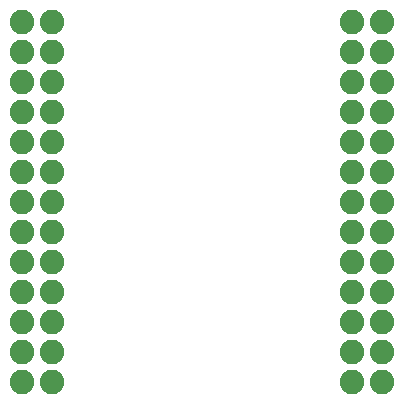
<source format=gbr>
G04 EAGLE Gerber RS-274X export*
G75*
%MOMM*%
%FSLAX34Y34*%
%LPD*%
%INSoldermask Bottom*%
%IPPOS*%
%AMOC8*
5,1,8,0,0,1.08239X$1,22.5*%
G01*
%ADD10C,2.082800*%


D10*
X11430Y29210D03*
X11430Y54610D03*
X11430Y80010D03*
X11430Y105410D03*
X11430Y130810D03*
X11430Y156210D03*
X11430Y181610D03*
X11430Y207010D03*
X11430Y232410D03*
X11430Y257810D03*
X11430Y283210D03*
X11430Y308610D03*
X11430Y334010D03*
X316230Y334010D03*
X316230Y308610D03*
X316230Y283210D03*
X316230Y257810D03*
X316230Y232410D03*
X316230Y207010D03*
X316230Y181610D03*
X316230Y156210D03*
X316230Y130810D03*
X316230Y105410D03*
X316230Y80010D03*
X316230Y54610D03*
X316230Y29210D03*
X36830Y29210D03*
X36830Y54610D03*
X36830Y80010D03*
X36830Y105410D03*
X36830Y130810D03*
X36830Y156210D03*
X36830Y181610D03*
X36830Y207010D03*
X36830Y232410D03*
X36830Y257810D03*
X36830Y283210D03*
X36830Y308610D03*
X36830Y334010D03*
X290830Y334010D03*
X290830Y308610D03*
X290830Y283210D03*
X290830Y257810D03*
X290830Y232410D03*
X290830Y207010D03*
X290830Y181610D03*
X290830Y156210D03*
X290830Y130810D03*
X290830Y105410D03*
X290830Y80010D03*
X290830Y54610D03*
X290830Y29210D03*
M02*

</source>
